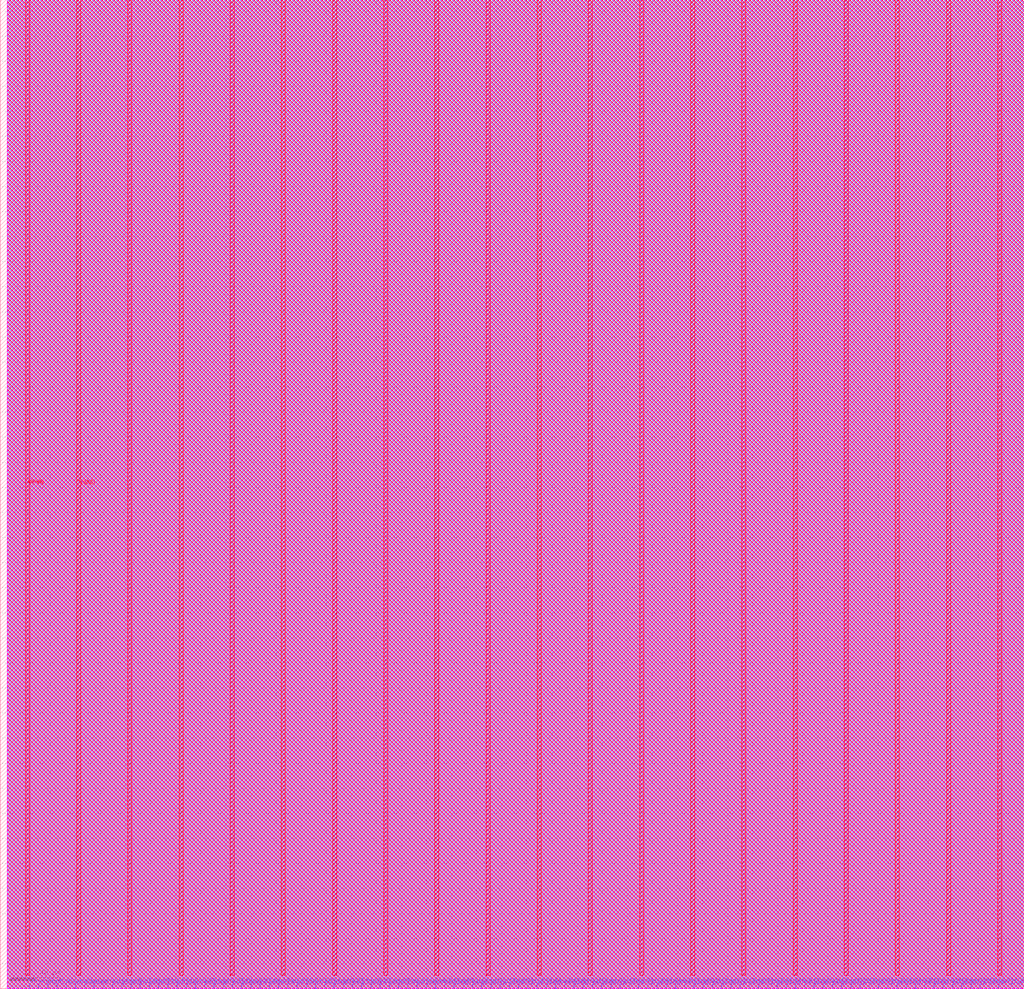
<source format=lef>
VERSION 5.8 ;
BUSBITCHARS "[]" ;
DIVIDERCHAR "/" ;
UNITS
    DATABASE MICRONS 1000 ;
END UNITS
MACRO aes_example
  FOREIGN aes_example 0 0 ;
  CLASS BLOCK ;
  SIZE 816.43 BY 789.04 ;
  PIN VGND
    DIRECTION INOUT ;
    USE GROUND ;
    PORT
      LAYER met4 ;
        RECT  795.44 10.64 798.64 789.04 ;
        RECT  713.84 10.64 717.04 789.04 ;
        RECT  632.24 10.64 635.44 789.04 ;
        RECT  550.64 10.64 553.84 789.04 ;
        RECT  469.04 10.64 472.24 789.04 ;
        RECT  387.44 10.64 390.64 789.04 ;
        RECT  305.84 10.64 309.04 789.04 ;
        RECT  224.24 10.64 227.44 789.04 ;
        RECT  142.64 10.64 145.84 789.04 ;
        RECT  61.04 10.64 64.24 789.04 ;
    END
  END VGND
  PIN VPWR
    DIRECTION INOUT ;
    USE POWER ;
    PORT
      LAYER met4 ;
        RECT  754.64 10.64 757.84 789.04 ;
        RECT  673.04 10.64 676.24 789.04 ;
        RECT  591.44 10.64 594.64 789.04 ;
        RECT  509.84 10.64 513.04 789.04 ;
        RECT  428.24 10.64 431.44 789.04 ;
        RECT  346.64 10.64 349.84 789.04 ;
        RECT  265.04 10.64 268.24 789.04 ;
        RECT  183.44 10.64 186.64 789.04 ;
        RECT  101.84 10.64 105.04 789.04 ;
        RECT  20.24 10.64 23.44 789.04 ;
    END
  END VPWR
  PIN wb_clk_i
    DIRECTION INPUT ;
    USE SIGNAL ;
    PORT
      LAYER met2 ;
        RECT  23.09 0 23.37 4 ;
    END
  END wb_clk_i
  PIN wb_rst_i
    DIRECTION INPUT ;
    USE SIGNAL ;
    PORT
      LAYER met2 ;
        RECT  30.45 0 30.73 4 ;
    END
  END wb_rst_i
  PIN wbs_ack_o
    DIRECTION OUTPUT ;
    USE SIGNAL ;
    PORT
      LAYER met2 ;
        RECT  37.81 0 38.09 4 ;
    END
  END wbs_ack_o
  PIN wbs_adr_i[0]
    DIRECTION INPUT ;
    USE SIGNAL ;
    PORT
      LAYER met2 ;
        RECT  67.25 0 67.53 4 ;
    END
  END wbs_adr_i[0]
  PIN wbs_adr_i[10]
    DIRECTION INPUT ;
    USE SIGNAL ;
    PORT
      LAYER met2 ;
        RECT  317.49 0 317.77 4 ;
    END
  END wbs_adr_i[10]
  PIN wbs_adr_i[11]
    DIRECTION INPUT ;
    USE SIGNAL ;
    PORT
      LAYER met2 ;
        RECT  339.57 0 339.85 4 ;
    END
  END wbs_adr_i[11]
  PIN wbs_adr_i[12]
    DIRECTION INPUT ;
    USE SIGNAL ;
    PORT
      LAYER met2 ;
        RECT  361.65 0 361.93 4 ;
    END
  END wbs_adr_i[12]
  PIN wbs_adr_i[13]
    DIRECTION INPUT ;
    USE SIGNAL ;
    PORT
      LAYER met2 ;
        RECT  383.73 0 384.01 4 ;
    END
  END wbs_adr_i[13]
  PIN wbs_adr_i[14]
    DIRECTION INPUT ;
    USE SIGNAL ;
    PORT
      LAYER met2 ;
        RECT  405.81 0 406.09 4 ;
    END
  END wbs_adr_i[14]
  PIN wbs_adr_i[15]
    DIRECTION INPUT ;
    USE SIGNAL ;
    PORT
      LAYER met2 ;
        RECT  427.89 0 428.17 4 ;
    END
  END wbs_adr_i[15]
  PIN wbs_adr_i[16]
    DIRECTION INPUT ;
    USE SIGNAL ;
    PORT
      LAYER met2 ;
        RECT  449.97 0 450.25 4 ;
    END
  END wbs_adr_i[16]
  PIN wbs_adr_i[17]
    DIRECTION INPUT ;
    USE SIGNAL ;
    PORT
      LAYER met2 ;
        RECT  472.05 0 472.33 4 ;
    END
  END wbs_adr_i[17]
  PIN wbs_adr_i[18]
    DIRECTION INPUT ;
    USE SIGNAL ;
    PORT
      LAYER met2 ;
        RECT  494.13 0 494.41 4 ;
    END
  END wbs_adr_i[18]
  PIN wbs_adr_i[19]
    DIRECTION INPUT ;
    USE SIGNAL ;
    PORT
      LAYER met2 ;
        RECT  516.21 0 516.49 4 ;
    END
  END wbs_adr_i[19]
  PIN wbs_adr_i[1]
    DIRECTION INPUT ;
    USE SIGNAL ;
    PORT
      LAYER met2 ;
        RECT  96.69 0 96.97 4 ;
    END
  END wbs_adr_i[1]
  PIN wbs_adr_i[20]
    DIRECTION INPUT ;
    USE SIGNAL ;
    PORT
      LAYER met2 ;
        RECT  538.29 0 538.57 4 ;
    END
  END wbs_adr_i[20]
  PIN wbs_adr_i[21]
    DIRECTION INPUT ;
    USE SIGNAL ;
    PORT
      LAYER met2 ;
        RECT  560.37 0 560.65 4 ;
    END
  END wbs_adr_i[21]
  PIN wbs_adr_i[22]
    DIRECTION INPUT ;
    USE SIGNAL ;
    PORT
      LAYER met2 ;
        RECT  582.45 0 582.73 4 ;
    END
  END wbs_adr_i[22]
  PIN wbs_adr_i[23]
    DIRECTION INPUT ;
    USE SIGNAL ;
    PORT
      LAYER met2 ;
        RECT  604.53 0 604.81 4 ;
    END
  END wbs_adr_i[23]
  PIN wbs_adr_i[24]
    DIRECTION INPUT ;
    USE SIGNAL ;
    PORT
      LAYER met2 ;
        RECT  626.61 0 626.89 4 ;
    END
  END wbs_adr_i[24]
  PIN wbs_adr_i[25]
    DIRECTION INPUT ;
    USE SIGNAL ;
    PORT
      LAYER met2 ;
        RECT  648.69 0 648.97 4 ;
    END
  END wbs_adr_i[25]
  PIN wbs_adr_i[26]
    DIRECTION INPUT ;
    USE SIGNAL ;
    PORT
      LAYER met2 ;
        RECT  670.77 0 671.05 4 ;
    END
  END wbs_adr_i[26]
  PIN wbs_adr_i[27]
    DIRECTION INPUT ;
    USE SIGNAL ;
    PORT
      LAYER met2 ;
        RECT  692.85 0 693.13 4 ;
    END
  END wbs_adr_i[27]
  PIN wbs_adr_i[28]
    DIRECTION INPUT ;
    USE SIGNAL ;
    PORT
      LAYER met2 ;
        RECT  714.93 0 715.21 4 ;
    END
  END wbs_adr_i[28]
  PIN wbs_adr_i[29]
    DIRECTION INPUT ;
    USE SIGNAL ;
    PORT
      LAYER met2 ;
        RECT  737.01 0 737.29 4 ;
    END
  END wbs_adr_i[29]
  PIN wbs_adr_i[2]
    DIRECTION INPUT ;
    USE SIGNAL ;
    PORT
      LAYER met2 ;
        RECT  126.13 0 126.41 4 ;
    END
  END wbs_adr_i[2]
  PIN wbs_adr_i[30]
    DIRECTION INPUT ;
    USE SIGNAL ;
    PORT
      LAYER met2 ;
        RECT  759.09 0 759.37 4 ;
    END
  END wbs_adr_i[30]
  PIN wbs_adr_i[31]
    DIRECTION INPUT ;
    USE SIGNAL ;
    PORT
      LAYER met2 ;
        RECT  781.17 0 781.45 4 ;
    END
  END wbs_adr_i[31]
  PIN wbs_adr_i[3]
    DIRECTION INPUT ;
    USE SIGNAL ;
    PORT
      LAYER met2 ;
        RECT  155.57 0 155.85 4 ;
    END
  END wbs_adr_i[3]
  PIN wbs_adr_i[4]
    DIRECTION INPUT ;
    USE SIGNAL ;
    PORT
      LAYER met2 ;
        RECT  185.01 0 185.29 4 ;
    END
  END wbs_adr_i[4]
  PIN wbs_adr_i[5]
    DIRECTION INPUT ;
    USE SIGNAL ;
    PORT
      LAYER met2 ;
        RECT  207.09 0 207.37 4 ;
    END
  END wbs_adr_i[5]
  PIN wbs_adr_i[6]
    DIRECTION INPUT ;
    USE SIGNAL ;
    PORT
      LAYER met2 ;
        RECT  229.17 0 229.45 4 ;
    END
  END wbs_adr_i[6]
  PIN wbs_adr_i[7]
    DIRECTION INPUT ;
    USE SIGNAL ;
    PORT
      LAYER met2 ;
        RECT  251.25 0 251.53 4 ;
    END
  END wbs_adr_i[7]
  PIN wbs_adr_i[8]
    DIRECTION INPUT ;
    USE SIGNAL ;
    PORT
      LAYER met2 ;
        RECT  273.33 0 273.61 4 ;
    END
  END wbs_adr_i[8]
  PIN wbs_adr_i[9]
    DIRECTION INPUT ;
    USE SIGNAL ;
    PORT
      LAYER met2 ;
        RECT  295.41 0 295.69 4 ;
    END
  END wbs_adr_i[9]
  PIN wbs_cyc_i
    DIRECTION INPUT ;
    USE SIGNAL ;
    PORT
      LAYER met2 ;
        RECT  45.17 0 45.45 4 ;
    END
  END wbs_cyc_i
  PIN wbs_dat_i[0]
    DIRECTION INPUT ;
    USE SIGNAL ;
    PORT
      LAYER met2 ;
        RECT  74.61 0 74.89 4 ;
    END
  END wbs_dat_i[0]
  PIN wbs_dat_i[10]
    DIRECTION INPUT ;
    USE SIGNAL ;
    PORT
      LAYER met2 ;
        RECT  324.85 0 325.13 4 ;
    END
  END wbs_dat_i[10]
  PIN wbs_dat_i[11]
    DIRECTION INPUT ;
    USE SIGNAL ;
    PORT
      LAYER met2 ;
        RECT  346.93 0 347.21 4 ;
    END
  END wbs_dat_i[11]
  PIN wbs_dat_i[12]
    DIRECTION INPUT ;
    USE SIGNAL ;
    PORT
      LAYER met2 ;
        RECT  369.01 0 369.29 4 ;
    END
  END wbs_dat_i[12]
  PIN wbs_dat_i[13]
    DIRECTION INPUT ;
    USE SIGNAL ;
    PORT
      LAYER met2 ;
        RECT  391.09 0 391.37 4 ;
    END
  END wbs_dat_i[13]
  PIN wbs_dat_i[14]
    DIRECTION INPUT ;
    USE SIGNAL ;
    PORT
      LAYER met2 ;
        RECT  413.17 0 413.45 4 ;
    END
  END wbs_dat_i[14]
  PIN wbs_dat_i[15]
    DIRECTION INPUT ;
    USE SIGNAL ;
    PORT
      LAYER met2 ;
        RECT  435.25 0 435.53 4 ;
    END
  END wbs_dat_i[15]
  PIN wbs_dat_i[16]
    DIRECTION INPUT ;
    USE SIGNAL ;
    PORT
      LAYER met2 ;
        RECT  457.33 0 457.61 4 ;
    END
  END wbs_dat_i[16]
  PIN wbs_dat_i[17]
    DIRECTION INPUT ;
    USE SIGNAL ;
    PORT
      LAYER met2 ;
        RECT  479.41 0 479.69 4 ;
    END
  END wbs_dat_i[17]
  PIN wbs_dat_i[18]
    DIRECTION INPUT ;
    USE SIGNAL ;
    PORT
      LAYER met2 ;
        RECT  501.49 0 501.77 4 ;
    END
  END wbs_dat_i[18]
  PIN wbs_dat_i[19]
    DIRECTION INPUT ;
    USE SIGNAL ;
    PORT
      LAYER met2 ;
        RECT  523.57 0 523.85 4 ;
    END
  END wbs_dat_i[19]
  PIN wbs_dat_i[1]
    DIRECTION INPUT ;
    USE SIGNAL ;
    PORT
      LAYER met2 ;
        RECT  104.05 0 104.33 4 ;
    END
  END wbs_dat_i[1]
  PIN wbs_dat_i[20]
    DIRECTION INPUT ;
    USE SIGNAL ;
    PORT
      LAYER met2 ;
        RECT  545.65 0 545.93 4 ;
    END
  END wbs_dat_i[20]
  PIN wbs_dat_i[21]
    DIRECTION INPUT ;
    USE SIGNAL ;
    PORT
      LAYER met2 ;
        RECT  567.73 0 568.01 4 ;
    END
  END wbs_dat_i[21]
  PIN wbs_dat_i[22]
    DIRECTION INPUT ;
    USE SIGNAL ;
    PORT
      LAYER met2 ;
        RECT  589.81 0 590.09 4 ;
    END
  END wbs_dat_i[22]
  PIN wbs_dat_i[23]
    DIRECTION INPUT ;
    USE SIGNAL ;
    PORT
      LAYER met2 ;
        RECT  611.89 0 612.17 4 ;
    END
  END wbs_dat_i[23]
  PIN wbs_dat_i[24]
    DIRECTION INPUT ;
    USE SIGNAL ;
    PORT
      LAYER met2 ;
        RECT  633.97 0 634.25 4 ;
    END
  END wbs_dat_i[24]
  PIN wbs_dat_i[25]
    DIRECTION INPUT ;
    USE SIGNAL ;
    PORT
      LAYER met2 ;
        RECT  656.05 0 656.33 4 ;
    END
  END wbs_dat_i[25]
  PIN wbs_dat_i[26]
    DIRECTION INPUT ;
    USE SIGNAL ;
    PORT
      LAYER met2 ;
        RECT  678.13 0 678.41 4 ;
    END
  END wbs_dat_i[26]
  PIN wbs_dat_i[27]
    DIRECTION INPUT ;
    USE SIGNAL ;
    PORT
      LAYER met2 ;
        RECT  700.21 0 700.49 4 ;
    END
  END wbs_dat_i[27]
  PIN wbs_dat_i[28]
    DIRECTION INPUT ;
    USE SIGNAL ;
    PORT
      LAYER met2 ;
        RECT  722.29 0 722.57 4 ;
    END
  END wbs_dat_i[28]
  PIN wbs_dat_i[29]
    DIRECTION INPUT ;
    USE SIGNAL ;
    PORT
      LAYER met2 ;
        RECT  744.37 0 744.65 4 ;
    END
  END wbs_dat_i[29]
  PIN wbs_dat_i[2]
    DIRECTION INPUT ;
    USE SIGNAL ;
    PORT
      LAYER met2 ;
        RECT  133.49 0 133.77 4 ;
    END
  END wbs_dat_i[2]
  PIN wbs_dat_i[30]
    DIRECTION INPUT ;
    USE SIGNAL ;
    PORT
      LAYER met2 ;
        RECT  766.45 0 766.73 4 ;
    END
  END wbs_dat_i[30]
  PIN wbs_dat_i[31]
    DIRECTION INPUT ;
    USE SIGNAL ;
    PORT
      LAYER met2 ;
        RECT  788.53 0 788.81 4 ;
    END
  END wbs_dat_i[31]
  PIN wbs_dat_i[3]
    DIRECTION INPUT ;
    USE SIGNAL ;
    PORT
      LAYER met2 ;
        RECT  162.93 0 163.21 4 ;
    END
  END wbs_dat_i[3]
  PIN wbs_dat_i[4]
    DIRECTION INPUT ;
    USE SIGNAL ;
    PORT
      LAYER met2 ;
        RECT  192.37 0 192.65 4 ;
    END
  END wbs_dat_i[4]
  PIN wbs_dat_i[5]
    DIRECTION INPUT ;
    USE SIGNAL ;
    PORT
      LAYER met2 ;
        RECT  214.45 0 214.73 4 ;
    END
  END wbs_dat_i[5]
  PIN wbs_dat_i[6]
    DIRECTION INPUT ;
    USE SIGNAL ;
    PORT
      LAYER met2 ;
        RECT  236.53 0 236.81 4 ;
    END
  END wbs_dat_i[6]
  PIN wbs_dat_i[7]
    DIRECTION INPUT ;
    USE SIGNAL ;
    PORT
      LAYER met2 ;
        RECT  258.61 0 258.89 4 ;
    END
  END wbs_dat_i[7]
  PIN wbs_dat_i[8]
    DIRECTION INPUT ;
    USE SIGNAL ;
    PORT
      LAYER met2 ;
        RECT  280.69 0 280.97 4 ;
    END
  END wbs_dat_i[8]
  PIN wbs_dat_i[9]
    DIRECTION INPUT ;
    USE SIGNAL ;
    PORT
      LAYER met2 ;
        RECT  302.77 0 303.05 4 ;
    END
  END wbs_dat_i[9]
  PIN wbs_dat_o[0]
    DIRECTION OUTPUT ;
    USE SIGNAL ;
    PORT
      LAYER met2 ;
        RECT  81.97 0 82.25 4 ;
    END
  END wbs_dat_o[0]
  PIN wbs_dat_o[10]
    DIRECTION OUTPUT ;
    USE SIGNAL ;
    PORT
      LAYER met2 ;
        RECT  332.21 0 332.49 4 ;
    END
  END wbs_dat_o[10]
  PIN wbs_dat_o[11]
    DIRECTION OUTPUT ;
    USE SIGNAL ;
    PORT
      LAYER met2 ;
        RECT  354.29 0 354.57 4 ;
    END
  END wbs_dat_o[11]
  PIN wbs_dat_o[12]
    DIRECTION OUTPUT ;
    USE SIGNAL ;
    PORT
      LAYER met2 ;
        RECT  376.37 0 376.65 4 ;
    END
  END wbs_dat_o[12]
  PIN wbs_dat_o[13]
    DIRECTION OUTPUT ;
    USE SIGNAL ;
    PORT
      LAYER met2 ;
        RECT  398.45 0 398.73 4 ;
    END
  END wbs_dat_o[13]
  PIN wbs_dat_o[14]
    DIRECTION OUTPUT ;
    USE SIGNAL ;
    PORT
      LAYER met2 ;
        RECT  420.53 0 420.81 4 ;
    END
  END wbs_dat_o[14]
  PIN wbs_dat_o[15]
    DIRECTION OUTPUT ;
    USE SIGNAL ;
    PORT
      LAYER met2 ;
        RECT  442.61 0 442.89 4 ;
    END
  END wbs_dat_o[15]
  PIN wbs_dat_o[16]
    DIRECTION OUTPUT ;
    USE SIGNAL ;
    PORT
      LAYER met2 ;
        RECT  464.69 0 464.97 4 ;
    END
  END wbs_dat_o[16]
  PIN wbs_dat_o[17]
    DIRECTION OUTPUT ;
    USE SIGNAL ;
    PORT
      LAYER met2 ;
        RECT  486.77 0 487.05 4 ;
    END
  END wbs_dat_o[17]
  PIN wbs_dat_o[18]
    DIRECTION OUTPUT ;
    USE SIGNAL ;
    PORT
      LAYER met2 ;
        RECT  508.85 0 509.13 4 ;
    END
  END wbs_dat_o[18]
  PIN wbs_dat_o[19]
    DIRECTION OUTPUT ;
    USE SIGNAL ;
    PORT
      LAYER met2 ;
        RECT  530.93 0 531.21 4 ;
    END
  END wbs_dat_o[19]
  PIN wbs_dat_o[1]
    DIRECTION OUTPUT ;
    USE SIGNAL ;
    PORT
      LAYER met2 ;
        RECT  111.41 0 111.69 4 ;
    END
  END wbs_dat_o[1]
  PIN wbs_dat_o[20]
    DIRECTION OUTPUT ;
    USE SIGNAL ;
    PORT
      LAYER met2 ;
        RECT  553.01 0 553.29 4 ;
    END
  END wbs_dat_o[20]
  PIN wbs_dat_o[21]
    DIRECTION OUTPUT ;
    USE SIGNAL ;
    PORT
      LAYER met2 ;
        RECT  575.09 0 575.37 4 ;
    END
  END wbs_dat_o[21]
  PIN wbs_dat_o[22]
    DIRECTION OUTPUT ;
    USE SIGNAL ;
    PORT
      LAYER met2 ;
        RECT  597.17 0 597.45 4 ;
    END
  END wbs_dat_o[22]
  PIN wbs_dat_o[23]
    DIRECTION OUTPUT ;
    USE SIGNAL ;
    PORT
      LAYER met2 ;
        RECT  619.25 0 619.53 4 ;
    END
  END wbs_dat_o[23]
  PIN wbs_dat_o[24]
    DIRECTION OUTPUT ;
    USE SIGNAL ;
    PORT
      LAYER met2 ;
        RECT  641.33 0 641.61 4 ;
    END
  END wbs_dat_o[24]
  PIN wbs_dat_o[25]
    DIRECTION OUTPUT ;
    USE SIGNAL ;
    PORT
      LAYER met2 ;
        RECT  663.41 0 663.69 4 ;
    END
  END wbs_dat_o[25]
  PIN wbs_dat_o[26]
    DIRECTION OUTPUT ;
    USE SIGNAL ;
    PORT
      LAYER met2 ;
        RECT  685.49 0 685.77 4 ;
    END
  END wbs_dat_o[26]
  PIN wbs_dat_o[27]
    DIRECTION OUTPUT ;
    USE SIGNAL ;
    PORT
      LAYER met2 ;
        RECT  707.57 0 707.85 4 ;
    END
  END wbs_dat_o[27]
  PIN wbs_dat_o[28]
    DIRECTION OUTPUT ;
    USE SIGNAL ;
    PORT
      LAYER met2 ;
        RECT  729.65 0 729.93 4 ;
    END
  END wbs_dat_o[28]
  PIN wbs_dat_o[29]
    DIRECTION OUTPUT ;
    USE SIGNAL ;
    PORT
      LAYER met2 ;
        RECT  751.73 0 752.01 4 ;
    END
  END wbs_dat_o[29]
  PIN wbs_dat_o[2]
    DIRECTION OUTPUT ;
    USE SIGNAL ;
    PORT
      LAYER met2 ;
        RECT  140.85 0 141.13 4 ;
    END
  END wbs_dat_o[2]
  PIN wbs_dat_o[30]
    DIRECTION OUTPUT ;
    USE SIGNAL ;
    PORT
      LAYER met2 ;
        RECT  773.81 0 774.09 4 ;
    END
  END wbs_dat_o[30]
  PIN wbs_dat_o[31]
    DIRECTION OUTPUT ;
    USE SIGNAL ;
    PORT
      LAYER met2 ;
        RECT  795.89 0 796.17 4 ;
    END
  END wbs_dat_o[31]
  PIN wbs_dat_o[3]
    DIRECTION OUTPUT ;
    USE SIGNAL ;
    PORT
      LAYER met2 ;
        RECT  170.29 0 170.57 4 ;
    END
  END wbs_dat_o[3]
  PIN wbs_dat_o[4]
    DIRECTION OUTPUT ;
    USE SIGNAL ;
    PORT
      LAYER met2 ;
        RECT  199.73 0 200.01 4 ;
    END
  END wbs_dat_o[4]
  PIN wbs_dat_o[5]
    DIRECTION OUTPUT ;
    USE SIGNAL ;
    PORT
      LAYER met2 ;
        RECT  221.81 0 222.09 4 ;
    END
  END wbs_dat_o[5]
  PIN wbs_dat_o[6]
    DIRECTION OUTPUT ;
    USE SIGNAL ;
    PORT
      LAYER met2 ;
        RECT  243.89 0 244.17 4 ;
    END
  END wbs_dat_o[6]
  PIN wbs_dat_o[7]
    DIRECTION OUTPUT ;
    USE SIGNAL ;
    PORT
      LAYER met2 ;
        RECT  265.97 0 266.25 4 ;
    END
  END wbs_dat_o[7]
  PIN wbs_dat_o[8]
    DIRECTION OUTPUT ;
    USE SIGNAL ;
    PORT
      LAYER met2 ;
        RECT  288.05 0 288.33 4 ;
    END
  END wbs_dat_o[8]
  PIN wbs_dat_o[9]
    DIRECTION OUTPUT ;
    USE SIGNAL ;
    PORT
      LAYER met2 ;
        RECT  310.13 0 310.41 4 ;
    END
  END wbs_dat_o[9]
  PIN wbs_sel_i[0]
    DIRECTION INPUT ;
    USE SIGNAL ;
    PORT
      LAYER met2 ;
        RECT  89.33 0 89.61 4 ;
    END
  END wbs_sel_i[0]
  PIN wbs_sel_i[1]
    DIRECTION INPUT ;
    USE SIGNAL ;
    PORT
      LAYER met2 ;
        RECT  118.77 0 119.05 4 ;
    END
  END wbs_sel_i[1]
  PIN wbs_sel_i[2]
    DIRECTION INPUT ;
    USE SIGNAL ;
    PORT
      LAYER met2 ;
        RECT  148.21 0 148.49 4 ;
    END
  END wbs_sel_i[2]
  PIN wbs_sel_i[3]
    DIRECTION INPUT ;
    USE SIGNAL ;
    PORT
      LAYER met2 ;
        RECT  177.65 0 177.93 4 ;
    END
  END wbs_sel_i[3]
  PIN wbs_stb_i
    DIRECTION INPUT ;
    USE SIGNAL ;
    PORT
      LAYER met2 ;
        RECT  52.53 0 52.81 4 ;
    END
  END wbs_stb_i
  PIN wbs_we_i
    DIRECTION INPUT ;
    USE SIGNAL ;
    PORT
      LAYER met2 ;
        RECT  59.89 0 60.17 4 ;
    END
  END wbs_we_i
  OBS
    LAYER nwell ;
     RECT  5.52 0 816.43 789.04 ;
    LAYER pwell ;
     RECT  5.52 0 816.43 789.04 ;
    LAYER li1 ;
     RECT  5.52 0 816.43 789.04 ;
    LAYER met1 ;
     RECT  5.52 0 816.43 789.04 ;
    LAYER met2 ;
     RECT  5.52 0 816.43 789.04 ;
    LAYER met3 ;
     RECT  5.52 0 816.43 789.04 ;
    LAYER met4 ;
     RECT  5.52 0 816.43 789.04 ;
  END
END aes_example
END LIBRARY

</source>
